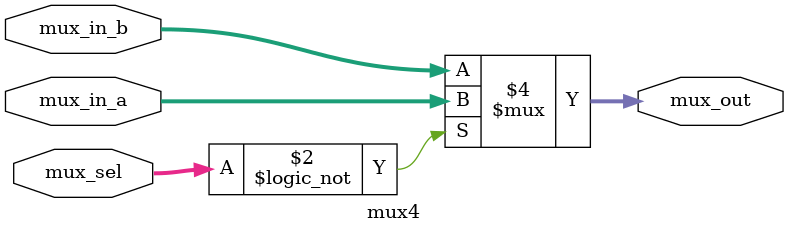
<source format=v>
module mux4 (
input [3:0] mux_in_a, mux_in_b,
input [1:0] mux_sel,
output reg [3:0] mux_out
);

always @ (*)
begin
	if (mux_sel == 0) begin
	mux_out = mux_in_a;
	end
	else begin
	mux_out = mux_in_b;
	end
end

endmodule

</source>
